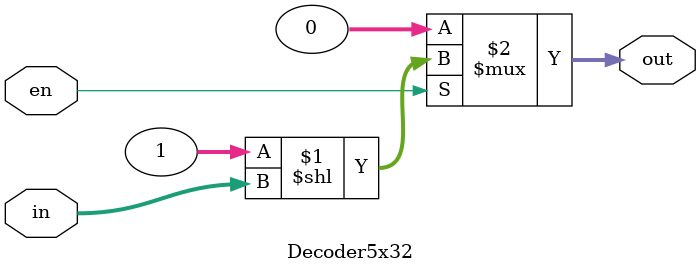
<source format=v>
`timescale 1ns / 1ps

/*******************************************************************  
*  
* Module: Decoder5x32.v  
* Project: SSRisc  
* Author: Mariane, Shahd, Lobna 
* Description: a decoder that decodes a 5 bit input to 32, used in regfile to decode the addresses
*  
* Change history: 19/06/19 - created in lab
*                 
*  **********************************************************************/ 


module Decoder5x32(
input [4:0] in, 
input en, 
output [31:0] out 
    );
    assign out = (en)? 1<< in  : 0; 
endmodule

</source>
